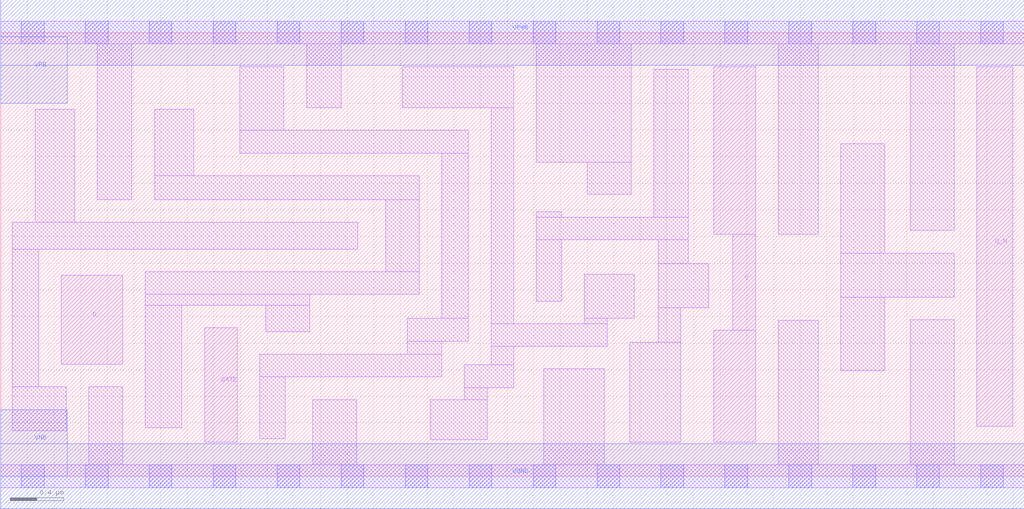
<source format=lef>
# Copyright 2020 The SkyWater PDK Authors
#
# Licensed under the Apache License, Version 2.0 (the "License");
# you may not use this file except in compliance with the License.
# You may obtain a copy of the License at
#
#     https://www.apache.org/licenses/LICENSE-2.0
#
# Unless required by applicable law or agreed to in writing, software
# distributed under the License is distributed on an "AS IS" BASIS,
# WITHOUT WARRANTIES OR CONDITIONS OF ANY KIND, either express or implied.
# See the License for the specific language governing permissions and
# limitations under the License.
#
# SPDX-License-Identifier: Apache-2.0

VERSION 5.5 ;
NAMESCASESENSITIVE ON ;
BUSBITCHARS "[]" ;
DIVIDERCHAR "/" ;
MACRO sky130_fd_sc_lp__dlxbp_1
  CLASS CORE ;
  SOURCE USER ;
  ORIGIN  0.000000  0.000000 ;
  SIZE  7.680000 BY  3.330000 ;
  SYMMETRY X Y R90 ;
  SITE unit ;
  PIN D
    ANTENNAGATEAREA  0.159000 ;
    DIRECTION INPUT ;
    USE SIGNAL ;
    PORT
      LAYER li1 ;
        RECT 0.455000 0.840000 0.915000 1.510000 ;
    END
  END D
  PIN Q
    ANTENNADIFFAREA  0.556500 ;
    DIRECTION OUTPUT ;
    USE SIGNAL ;
    PORT
      LAYER li1 ;
        RECT 5.350000 0.255000 5.665000 1.095000 ;
        RECT 5.350000 1.815000 5.665000 3.075000 ;
        RECT 5.495000 1.095000 5.665000 1.815000 ;
    END
  END Q
  PIN Q_N
    ANTENNADIFFAREA  0.556500 ;
    DIRECTION OUTPUT ;
    USE SIGNAL ;
    PORT
      LAYER li1 ;
        RECT 7.325000 0.375000 7.595000 3.075000 ;
    END
  END Q_N
  PIN GATE
    ANTENNAGATEAREA  0.159000 ;
    DIRECTION INPUT ;
    USE CLOCK ;
    PORT
      LAYER li1 ;
        RECT 1.530000 0.255000 1.775000 1.115000 ;
    END
  END GATE
  PIN VGND
    DIRECTION INOUT ;
    USE GROUND ;
    PORT
      LAYER met1 ;
        RECT 0.000000 -0.245000 7.680000 0.245000 ;
    END
  END VGND
  PIN VNB
    DIRECTION INOUT ;
    USE GROUND ;
    PORT
      LAYER met1 ;
        RECT 0.000000 0.000000 0.500000 0.500000 ;
    END
  END VNB
  PIN VPB
    DIRECTION INOUT ;
    USE POWER ;
    PORT
      LAYER met1 ;
        RECT 0.000000 2.800000 0.500000 3.300000 ;
    END
  END VPB
  PIN VPWR
    DIRECTION INOUT ;
    USE POWER ;
    PORT
      LAYER met1 ;
        RECT 0.000000 3.085000 7.680000 3.575000 ;
    END
  END VPWR
  OBS
    LAYER li1 ;
      RECT 0.000000 -0.085000 7.680000 0.085000 ;
      RECT 0.000000  3.245000 7.680000 3.415000 ;
      RECT 0.085000  0.340000 0.490000 0.670000 ;
      RECT 0.085000  0.670000 0.285000 1.705000 ;
      RECT 0.085000  1.705000 2.680000 1.905000 ;
      RECT 0.260000  1.905000 0.555000 2.755000 ;
      RECT 0.660000  0.085000 0.915000 0.670000 ;
      RECT 0.725000  2.075000 0.985000 3.245000 ;
      RECT 1.085000  0.365000 1.360000 1.285000 ;
      RECT 1.085000  1.285000 2.320000 1.365000 ;
      RECT 1.085000  1.365000 3.140000 1.535000 ;
      RECT 1.155000  2.075000 3.140000 2.255000 ;
      RECT 1.155000  2.255000 1.450000 2.755000 ;
      RECT 1.795000  2.425000 3.510000 2.595000 ;
      RECT 1.795000  2.595000 2.125000 3.075000 ;
      RECT 1.945000  0.280000 2.135000 0.745000 ;
      RECT 1.945000  0.745000 3.310000 0.915000 ;
      RECT 1.990000  1.085000 2.320000 1.285000 ;
      RECT 2.295000  2.765000 2.555000 3.245000 ;
      RECT 2.340000  0.085000 2.670000 0.575000 ;
      RECT 2.890000  1.535000 3.140000 2.075000 ;
      RECT 3.015000  2.765000 3.850000 3.075000 ;
      RECT 3.050000  0.915000 3.310000 1.015000 ;
      RECT 3.050000  1.015000 3.510000 1.185000 ;
      RECT 3.225000  0.275000 3.650000 0.575000 ;
      RECT 3.310000  1.185000 3.510000 2.425000 ;
      RECT 3.480000  0.575000 3.650000 0.665000 ;
      RECT 3.480000  0.665000 3.850000 0.835000 ;
      RECT 3.680000  0.835000 3.850000 0.975000 ;
      RECT 3.680000  0.975000 4.550000 1.145000 ;
      RECT 3.680000  1.145000 3.850000 2.765000 ;
      RECT 4.020000  1.315000 4.210000 1.775000 ;
      RECT 4.020000  1.775000 5.160000 1.945000 ;
      RECT 4.020000  1.945000 4.210000 1.985000 ;
      RECT 4.020000  2.355000 4.730000 3.245000 ;
      RECT 4.075000  0.085000 4.530000 0.805000 ;
      RECT 4.380000  1.145000 4.550000 1.185000 ;
      RECT 4.380000  1.185000 4.755000 1.515000 ;
      RECT 4.400000  2.115000 4.730000 2.355000 ;
      RECT 4.720000  0.255000 5.105000 1.005000 ;
      RECT 4.900000  1.945000 5.160000 3.055000 ;
      RECT 4.935000  1.005000 5.105000 1.265000 ;
      RECT 4.935000  1.265000 5.315000 1.595000 ;
      RECT 4.935000  1.595000 5.160000 1.775000 ;
      RECT 5.835000  0.085000 6.135000 1.170000 ;
      RECT 5.835000  1.815000 6.135000 3.245000 ;
      RECT 6.305000  0.790000 6.635000 1.345000 ;
      RECT 6.305000  1.345000 7.155000 1.675000 ;
      RECT 6.305000  1.675000 6.635000 2.495000 ;
      RECT 6.825000  0.085000 7.155000 1.175000 ;
      RECT 6.825000  1.845000 7.155000 3.245000 ;
    LAYER mcon ;
      RECT 0.155000 -0.085000 0.325000 0.085000 ;
      RECT 0.155000  3.245000 0.325000 3.415000 ;
      RECT 0.635000 -0.085000 0.805000 0.085000 ;
      RECT 0.635000  3.245000 0.805000 3.415000 ;
      RECT 1.115000 -0.085000 1.285000 0.085000 ;
      RECT 1.115000  3.245000 1.285000 3.415000 ;
      RECT 1.595000 -0.085000 1.765000 0.085000 ;
      RECT 1.595000  3.245000 1.765000 3.415000 ;
      RECT 2.075000 -0.085000 2.245000 0.085000 ;
      RECT 2.075000  3.245000 2.245000 3.415000 ;
      RECT 2.555000 -0.085000 2.725000 0.085000 ;
      RECT 2.555000  3.245000 2.725000 3.415000 ;
      RECT 3.035000 -0.085000 3.205000 0.085000 ;
      RECT 3.035000  3.245000 3.205000 3.415000 ;
      RECT 3.515000 -0.085000 3.685000 0.085000 ;
      RECT 3.515000  3.245000 3.685000 3.415000 ;
      RECT 3.995000 -0.085000 4.165000 0.085000 ;
      RECT 3.995000  3.245000 4.165000 3.415000 ;
      RECT 4.475000 -0.085000 4.645000 0.085000 ;
      RECT 4.475000  3.245000 4.645000 3.415000 ;
      RECT 4.955000 -0.085000 5.125000 0.085000 ;
      RECT 4.955000  3.245000 5.125000 3.415000 ;
      RECT 5.435000 -0.085000 5.605000 0.085000 ;
      RECT 5.435000  3.245000 5.605000 3.415000 ;
      RECT 5.915000 -0.085000 6.085000 0.085000 ;
      RECT 5.915000  3.245000 6.085000 3.415000 ;
      RECT 6.395000 -0.085000 6.565000 0.085000 ;
      RECT 6.395000  3.245000 6.565000 3.415000 ;
      RECT 6.875000 -0.085000 7.045000 0.085000 ;
      RECT 6.875000  3.245000 7.045000 3.415000 ;
      RECT 7.355000 -0.085000 7.525000 0.085000 ;
      RECT 7.355000  3.245000 7.525000 3.415000 ;
  END
END sky130_fd_sc_lp__dlxbp_1

</source>
